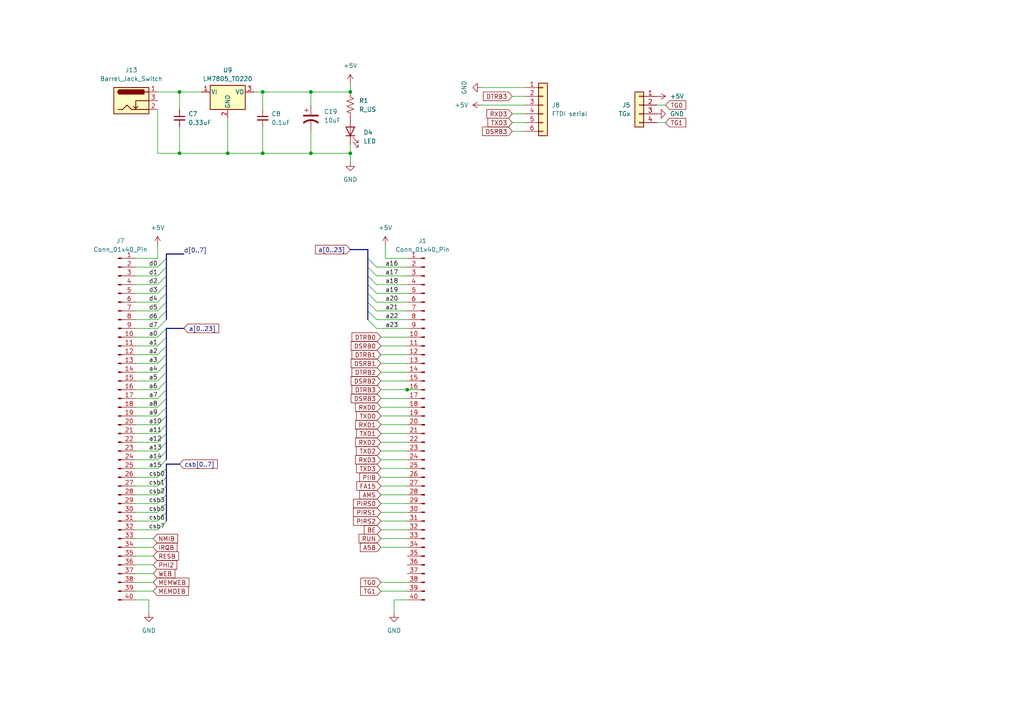
<source format=kicad_sch>
(kicad_sch (version 20230121) (generator eeschema)
  (paper "A4")
  (lib_symbols
    (symbol "Connector:Barrel_Jack_Switch" (pin_names hide)
      (property "Reference" "J" (at 0 5.334 0))
      (property "Value" "Barrel_Jack_Switch" (at 0 -5.08 0))
      (symbol "Barrel_Jack_Switch_0_1"
        (rectangle (start -5.08 3.81) (end 5.08 -3.81) (stroke (width 0.254)) (fill (type background)))
        (arc (start -3.302 3.175) (mid -3.9343 2.54) (end -3.302 1.905) (stroke (width 0.254)))
        (arc (start -3.302 3.175) (mid -3.9343 2.54) (end -3.302 1.905) (stroke (width 0.254)) (fill (type outline)))
        (polyline (pts (xy 1.27 -2.286) (xy 1.905 -1.651)) (stroke (width 0.254)))
        (polyline (pts (xy 5.08 2.54) (xy 3.81 2.54)) (stroke (width 0.254)))
        (polyline (pts (xy 5.08 0) (xy 1.27 0) (xy 1.27 -2.286) (xy 0.635 -1.651)) (stroke (width 0.254)))
        (polyline (pts (xy -3.81 -2.54) (xy -2.54 -2.54) (xy -1.27 -1.27) (xy 0 -2.54) (xy 2.54 -2.54) (xy 5.08 -2.54)) (stroke (width 0.254)))
        (rectangle (start 3.683 3.175) (end -3.302 1.905) (stroke (width 0.254)) (fill (type outline)))
      )
      (symbol "Barrel_Jack_Switch_1_1"
        (pin passive line (at 7.62 2.54 180) (length 2.54) (name "~") (number "1"))
        (pin passive line (at 7.62 -2.54 180) (length 2.54) (name "~") (number "2"))
        (pin passive line (at 7.62 0 180) (length 2.54) (name "~") (number "3"))
      )
    )
    (symbol "Connector:Conn_01x40_Pin" (pin_names (offset 1.016) hide)
      (property "Reference" "J" (at 0 50.8 0))
      (property "Value" "Conn_01x40_Pin" (at 0 -53.34 0))
      (symbol "Conn_01x40_Pin_1_1"
        (polyline (pts (xy 1.27 -50.8) (xy 0.8636 -50.8)) (stroke (width 0.1524)))
        (polyline (pts (xy 1.27 -48.26) (xy 0.8636 -48.26)) (stroke (width 0.1524)))
        (polyline (pts (xy 1.27 -45.72) (xy 0.8636 -45.72)) (stroke (width 0.1524)))
        (polyline (pts (xy 1.27 -43.18) (xy 0.8636 -43.18)) (stroke (width 0.1524)))
        (polyline (pts (xy 1.27 -40.64) (xy 0.8636 -40.64)) (stroke (width 0.1524)))
        (polyline (pts (xy 1.27 -38.1) (xy 0.8636 -38.1)) (stroke (width 0.1524)))
        (polyline (pts (xy 1.27 -35.56) (xy 0.8636 -35.56)) (stroke (width 0.1524)))
        (polyline (pts (xy 1.27 -33.02) (xy 0.8636 -33.02)) (stroke (width 0.1524)))
        (polyline (pts (xy 1.27 -30.48) (xy 0.8636 -30.48)) (stroke (width 0.1524)))
        (polyline (pts (xy 1.27 -27.94) (xy 0.8636 -27.94)) (stroke (width 0.1524)))
        (polyline (pts (xy 1.27 -25.4) (xy 0.8636 -25.4)) (stroke (width 0.1524)))
        (polyline (pts (xy 1.27 -22.86) (xy 0.8636 -22.86)) (stroke (width 0.1524)))
        (polyline (pts (xy 1.27 -20.32) (xy 0.8636 -20.32)) (stroke (width 0.1524)))
        (polyline (pts (xy 1.27 -17.78) (xy 0.8636 -17.78)) (stroke (width 0.1524)))
        (polyline (pts (xy 1.27 -15.24) (xy 0.8636 -15.24)) (stroke (width 0.1524)))
        (polyline (pts (xy 1.27 -12.7) (xy 0.8636 -12.7)) (stroke (width 0.1524)))
        (polyline (pts (xy 1.27 -10.16) (xy 0.8636 -10.16)) (stroke (width 0.1524)))
        (polyline (pts (xy 1.27 -7.62) (xy 0.8636 -7.62)) (stroke (width 0.1524)))
        (polyline (pts (xy 1.27 -5.08) (xy 0.8636 -5.08)) (stroke (width 0.1524)))
        (polyline (pts (xy 1.27 -2.54) (xy 0.8636 -2.54)) (stroke (width 0.1524)))
        (polyline (pts (xy 1.27 0) (xy 0.8636 0)) (stroke (width 0.1524)))
        (polyline (pts (xy 1.27 2.54) (xy 0.8636 2.54)) (stroke (width 0.1524)))
        (polyline (pts (xy 1.27 5.08) (xy 0.8636 5.08)) (stroke (width 0.1524)))
        (polyline (pts (xy 1.27 7.62) (xy 0.8636 7.62)) (stroke (width 0.1524)))
        (polyline (pts (xy 1.27 10.16) (xy 0.8636 10.16)) (stroke (width 0.1524)))
        (polyline (pts (xy 1.27 12.7) (xy 0.8636 12.7)) (stroke (width 0.1524)))
        (polyline (pts (xy 1.27 15.24) (xy 0.8636 15.24)) (stroke (width 0.1524)))
        (polyline (pts (xy 1.27 17.78) (xy 0.8636 17.78)) (stroke (width 0.1524)))
        (polyline (pts (xy 1.27 20.32) (xy 0.8636 20.32)) (stroke (width 0.1524)))
        (polyline (pts (xy 1.27 22.86) (xy 0.8636 22.86)) (stroke (width 0.1524)))
        (polyline (pts (xy 1.27 25.4) (xy 0.8636 25.4)) (stroke (width 0.1524)))
        (polyline (pts (xy 1.27 27.94) (xy 0.8636 27.94)) (stroke (width 0.1524)))
        (polyline (pts (xy 1.27 30.48) (xy 0.8636 30.48)) (stroke (width 0.1524)))
        (polyline (pts (xy 1.27 33.02) (xy 0.8636 33.02)) (stroke (width 0.1524)))
        (polyline (pts (xy 1.27 35.56) (xy 0.8636 35.56)) (stroke (width 0.1524)))
        (polyline (pts (xy 1.27 38.1) (xy 0.8636 38.1)) (stroke (width 0.1524)))
        (polyline (pts (xy 1.27 40.64) (xy 0.8636 40.64)) (stroke (width 0.1524)))
        (polyline (pts (xy 1.27 43.18) (xy 0.8636 43.18)) (stroke (width 0.1524)))
        (polyline (pts (xy 1.27 45.72) (xy 0.8636 45.72)) (stroke (width 0.1524)))
        (polyline (pts (xy 1.27 48.26) (xy 0.8636 48.26)) (stroke (width 0.1524)))
        (rectangle (start 0.8636 -50.673) (end 0 -50.927) (stroke (width 0.1524)) (fill (type outline)))
        (rectangle (start 0.8636 -48.133) (end 0 -48.387) (stroke (width 0.1524)) (fill (type outline)))
        (rectangle (start 0.8636 -45.593) (end 0 -45.847) (stroke (width 0.1524)) (fill (type outline)))
        (rectangle (start 0.8636 -43.053) (end 0 -43.307) (stroke (width 0.1524)) (fill (type outline)))
        (rectangle (start 0.8636 -40.513) (end 0 -40.767) (stroke (width 0.1524)) (fill (type outline)))
        (rectangle (start 0.8636 -37.973) (end 0 -38.227) (stroke (width 0.1524)) (fill (type outline)))
        (rectangle (start 0.8636 -35.433) (end 0 -35.687) (stroke (width 0.1524)) (fill (type outline)))
        (rectangle (start 0.8636 -32.893) (end 0 -33.147) (stroke (width 0.1524)) (fill (type outline)))
        (rectangle (start 0.8636 -30.353) (end 0 -30.607) (stroke (width 0.1524)) (fill (type outline)))
        (rectangle (start 0.8636 -27.813) (end 0 -28.067) (stroke (width 0.1524)) (fill (type outline)))
        (rectangle (start 0.8636 -25.273) (end 0 -25.527) (stroke (width 0.1524)) (fill (type outline)))
        (rectangle (start 0.8636 -22.733) (end 0 -22.987) (stroke (width 0.1524)) (fill (type outline)))
        (rectangle (start 0.8636 -20.193) (end 0 -20.447) (stroke (width 0.1524)) (fill (type outline)))
        (rectangle (start 0.8636 -17.653) (end 0 -17.907) (stroke (width 0.1524)) (fill (type outline)))
        (rectangle (start 0.8636 -15.113) (end 0 -15.367) (stroke (width 0.1524)) (fill (type outline)))
        (rectangle (start 0.8636 -12.573) (end 0 -12.827) (stroke (width 0.1524)) (fill (type outline)))
        (rectangle (start 0.8636 -10.033) (end 0 -10.287) (stroke (width 0.1524)) (fill (type outline)))
        (rectangle (start 0.8636 -7.493) (end 0 -7.747) (stroke (width 0.1524)) (fill (type outline)))
        (rectangle (start 0.8636 -4.953) (end 0 -5.207) (stroke (width 0.1524)) (fill (type outline)))
        (rectangle (start 0.8636 -2.413) (end 0 -2.667) (stroke (width 0.1524)) (fill (type outline)))
        (rectangle (start 0.8636 0.127) (end 0 -0.127) (stroke (width 0.1524)) (fill (type outline)))
        (rectangle (start 0.8636 2.667) (end 0 2.413) (stroke (width 0.1524)) (fill (type outline)))
        (rectangle (start 0.8636 5.207) (end 0 4.953) (stroke (width 0.1524)) (fill (type outline)))
        (rectangle (start 0.8636 7.747) (end 0 7.493) (stroke (width 0.1524)) (fill (type outline)))
        (rectangle (start 0.8636 10.287) (end 0 10.033) (stroke (width 0.1524)) (fill (type outline)))
        (rectangle (start 0.8636 12.827) (end 0 12.573) (stroke (width 0.1524)) (fill (type outline)))
        (rectangle (start 0.8636 15.367) (end 0 15.113) (stroke (width 0.1524)) (fill (type outline)))
        (rectangle (start 0.8636 17.907) (end 0 17.653) (stroke (width 0.1524)) (fill (type outline)))
        (rectangle (start 0.8636 20.447) (end 0 20.193) (stroke (width 0.1524)) (fill (type outline)))
        (rectangle (start 0.8636 22.987) (end 0 22.733) (stroke (width 0.1524)) (fill (type outline)))
        (rectangle (start 0.8636 25.527) (end 0 25.273) (stroke (width 0.1524)) (fill (type outline)))
        (rectangle (start 0.8636 28.067) (end 0 27.813) (stroke (width 0.1524)) (fill (type outline)))
        (rectangle (start 0.8636 30.607) (end 0 30.353) (stroke (width 0.1524)) (fill (type outline)))
        (rectangle (start 0.8636 33.147) (end 0 32.893) (stroke (width 0.1524)) (fill (type outline)))
        (rectangle (start 0.8636 35.687) (end 0 35.433) (stroke (width 0.1524)) (fill (type outline)))
        (rectangle (start 0.8636 38.227) (end 0 37.973) (stroke (width 0.1524)) (fill (type outline)))
        (rectangle (start 0.8636 40.767) (end 0 40.513) (stroke (width 0.1524)) (fill (type outline)))
        (rectangle (start 0.8636 43.307) (end 0 43.053) (stroke (width 0.1524)) (fill (type outline)))
        (rectangle (start 0.8636 45.847) (end 0 45.593) (stroke (width 0.1524)) (fill (type outline)))
        (rectangle (start 0.8636 48.387) (end 0 48.133) (stroke (width 0.1524)) (fill (type outline)))
        (pin passive line (at 5.08 48.26 180) (length 3.81) (name "Pin_1") (number "1"))
        (pin passive line (at 5.08 25.4 180) (length 3.81) (name "Pin_10") (number "10"))
        (pin passive line (at 5.08 22.86 180) (length 3.81) (name "Pin_11") (number "11"))
        (pin passive line (at 5.08 20.32 180) (length 3.81) (name "Pin_12") (number "12"))
        (pin passive line (at 5.08 17.78 180) (length 3.81) (name "Pin_13") (number "13"))
        (pin passive line (at 5.08 15.24 180) (length 3.81) (name "Pin_14") (number "14"))
        (pin passive line (at 5.08 12.7 180) (length 3.81) (name "Pin_15") (number "15"))
        (pin passive line (at 5.08 10.16 180) (length 3.81) (name "Pin_16") (number "16"))
        (pin passive line (at 5.08 7.62 180) (length 3.81) (name "Pin_17") (number "17"))
        (pin passive line (at 5.08 5.08 180) (length 3.81) (name "Pin_18") (number "18"))
        (pin passive line (at 5.08 2.54 180) (length 3.81) (name "Pin_19") (number "19"))
        (pin passive line (at 5.08 45.72 180) (length 3.81) (name "Pin_2") (number "2"))
        (pin passive line (at 5.08 0 180) (length 3.81) (name "Pin_20") (number "20"))
        (pin passive line (at 5.08 -2.54 180) (length 3.81) (name "Pin_21") (number "21"))
        (pin passive line (at 5.08 -5.08 180) (length 3.81) (name "Pin_22") (number "22"))
        (pin passive line (at 5.08 -7.62 180) (length 3.81) (name "Pin_23") (number "23"))
        (pin passive line (at 5.08 -10.16 180) (length 3.81) (name "Pin_24") (number "24"))
        (pin passive line (at 5.08 -12.7 180) (length 3.81) (name "Pin_25") (number "25"))
        (pin passive line (at 5.08 -15.24 180) (length 3.81) (name "Pin_26") (number "26"))
        (pin passive line (at 5.08 -17.78 180) (length 3.81) (name "Pin_27") (number "27"))
        (pin passive line (at 5.08 -20.32 180) (length 3.81) (name "Pin_28") (number "28"))
        (pin passive line (at 5.08 -22.86 180) (length 3.81) (name "Pin_29") (number "29"))
        (pin passive line (at 5.08 43.18 180) (length 3.81) (name "Pin_3") (number "3"))
        (pin passive line (at 5.08 -25.4 180) (length 3.81) (name "Pin_30") (number "30"))
        (pin passive line (at 5.08 -27.94 180) (length 3.81) (name "Pin_31") (number "31"))
        (pin passive line (at 5.08 -30.48 180) (length 3.81) (name "Pin_32") (number "32"))
        (pin passive line (at 5.08 -33.02 180) (length 3.81) (name "Pin_33") (number "33"))
        (pin passive line (at 5.08 -35.56 180) (length 3.81) (name "Pin_34") (number "34"))
        (pin passive line (at 5.08 -38.1 180) (length 3.81) (name "Pin_35") (number "35"))
        (pin passive line (at 5.08 -40.64 180) (length 3.81) (name "Pin_36") (number "36"))
        (pin passive line (at 5.08 -43.18 180) (length 3.81) (name "Pin_37") (number "37"))
        (pin passive line (at 5.08 -45.72 180) (length 3.81) (name "Pin_38") (number "38"))
        (pin passive line (at 5.08 -48.26 180) (length 3.81) (name "Pin_39") (number "39"))
        (pin passive line (at 5.08 40.64 180) (length 3.81) (name "Pin_4") (number "4"))
        (pin passive line (at 5.08 -50.8 180) (length 3.81) (name "Pin_40") (number "40"))
        (pin passive line (at 5.08 38.1 180) (length 3.81) (name "Pin_5") (number "5"))
        (pin passive line (at 5.08 35.56 180) (length 3.81) (name "Pin_6") (number "6"))
        (pin passive line (at 5.08 33.02 180) (length 3.81) (name "Pin_7") (number "7"))
        (pin passive line (at 5.08 30.48 180) (length 3.81) (name "Pin_8") (number "8"))
        (pin passive line (at 5.08 27.94 180) (length 3.81) (name "Pin_9") (number "9"))
      )
    )
    (symbol "Connector_Generic:Conn_01x04" (pin_names (offset 1.016) hide)
      (property "Reference" "J" (at 0 5.08 0))
      (property "Value" "Conn_01x04" (at 0 -7.62 0))
      (symbol "Conn_01x04_1_1"
        (rectangle (start -1.27 -4.953) (end 0 -5.207) (stroke (width 0.1524)))
        (rectangle (start -1.27 -2.413) (end 0 -2.667) (stroke (width 0.1524)))
        (rectangle (start -1.27 0.127) (end 0 -0.127) (stroke (width 0.1524)))
        (rectangle (start -1.27 2.667) (end 0 2.413) (stroke (width 0.1524)))
        (rectangle (start -1.27 3.81) (end 1.27 -6.35) (stroke (width 0.254)) (fill (type background)))
        (pin passive line (at -5.08 2.54 0) (length 3.81) (name "Pin_1") (number "1"))
        (pin passive line (at -5.08 0 0) (length 3.81) (name "Pin_2") (number "2"))
        (pin passive line (at -5.08 -2.54 0) (length 3.81) (name "Pin_3") (number "3"))
        (pin passive line (at -5.08 -5.08 0) (length 3.81) (name "Pin_4") (number "4"))
      )
    )
    (symbol "Connector_Generic:Conn_01x06" (pin_names (offset 1.016) hide)
      (property "Reference" "J" (at 0 7.62 0))
      (property "Value" "Conn_01x06" (at 0 -10.16 0))
      (symbol "Conn_01x06_1_1"
        (rectangle (start -1.27 -7.493) (end 0 -7.747) (stroke (width 0.1524)))
        (rectangle (start -1.27 -4.953) (end 0 -5.207) (stroke (width 0.1524)))
        (rectangle (start -1.27 -2.413) (end 0 -2.667) (stroke (width 0.1524)))
        (rectangle (start -1.27 0.127) (end 0 -0.127) (stroke (width 0.1524)))
        (rectangle (start -1.27 2.667) (end 0 2.413) (stroke (width 0.1524)))
        (rectangle (start -1.27 5.207) (end 0 4.953) (stroke (width 0.1524)))
        (rectangle (start -1.27 6.35) (end 1.27 -8.89) (stroke (width 0.254)) (fill (type background)))
        (pin passive line (at -5.08 5.08 0) (length 3.81) (name "Pin_1") (number "1"))
        (pin passive line (at -5.08 2.54 0) (length 3.81) (name "Pin_2") (number "2"))
        (pin passive line (at -5.08 0 0) (length 3.81) (name "Pin_3") (number "3"))
        (pin passive line (at -5.08 -2.54 0) (length 3.81) (name "Pin_4") (number "4"))
        (pin passive line (at -5.08 -5.08 0) (length 3.81) (name "Pin_5") (number "5"))
        (pin passive line (at -5.08 -7.62 0) (length 3.81) (name "Pin_6") (number "6"))
      )
    )
    (symbol "Device:C_Polarized_US" (pin_numbers hide) (pin_names (offset 0.254) hide)
      (property "Reference" "C" (at 0.635 2.54 0))
      (property "Value" "C_Polarized_US" (at 0.635 -2.54 0))
      (symbol "C_Polarized_US_0_1"
        (polyline (pts (xy -2.032 0.762) (xy 2.032 0.762)) (stroke (width 0.508)))
        (polyline (pts (xy -1.778 2.286) (xy -0.762 2.286)))
        (polyline (pts (xy -1.27 1.778) (xy -1.27 2.794)))
        (arc (start 2.032 -1.27) (mid 0 -0.5572) (end -2.032 -1.27) (stroke (width 0.508)))
      )
      (symbol "C_Polarized_US_1_1"
        (pin passive line (at 0 3.81 270) (length 2.794) (name "~") (number "1"))
        (pin passive line (at 0 -3.81 90) (length 3.302) (name "~") (number "2"))
      )
    )
    (symbol "Device:C_Small" (pin_numbers hide) (pin_names (offset 0.254) hide)
      (property "Reference" "C" (at 0.254 1.778 0))
      (property "Value" "C_Small" (at 0.254 -2.032 0))
      (symbol "C_Small_0_1"
        (polyline (pts (xy -1.524 -0.508) (xy 1.524 -0.508)) (stroke (width 0.3302)))
        (polyline (pts (xy -1.524 0.508) (xy 1.524 0.508)) (stroke (width 0.3048)))
      )
      (symbol "C_Small_1_1"
        (pin passive line (at 0 2.54 270) (length 2.032) (name "~") (number "1"))
        (pin passive line (at 0 -2.54 90) (length 2.032) (name "~") (number "2"))
      )
    )
    (symbol "Device:LED" (pin_numbers hide) (pin_names (offset 1.016) hide)
      (property "Reference" "D" (at 0 2.54 0))
      (property "Value" "LED" (at 0 -2.54 0))
      (symbol "LED_0_1"
        (polyline (pts (xy -1.27 -1.27) (xy -1.27 1.27)) (stroke (width 0.254)))
        (polyline (pts (xy -1.27 0) (xy 1.27 0)))
        (polyline (pts (xy 1.27 -1.27) (xy 1.27 1.27) (xy -1.27 0) (xy 1.27 -1.27)) (stroke (width 0.254)))
        (polyline (pts (xy -3.048 -0.762) (xy -4.572 -2.286) (xy -3.81 -2.286) (xy -4.572 -2.286) (xy -4.572 -1.524)))
        (polyline (pts (xy -1.778 -0.762) (xy -3.302 -2.286) (xy -2.54 -2.286) (xy -3.302 -2.286) (xy -3.302 -1.524)))
      )
      (symbol "LED_1_1"
        (pin passive line (at -3.81 0 0) (length 2.54) (name "K") (number "1"))
        (pin passive line (at 3.81 0 180) (length 2.54) (name "A") (number "2"))
      )
    )
    (symbol "Device:R_US" (pin_numbers hide) (pin_names (offset 0))
      (property "Reference" "R" (at 2.54 0 90))
      (property "Value" "R_US" (at -2.54 0 90))
      (symbol "R_US_0_1"
        (polyline (pts (xy 0 -2.286) (xy 0 -2.54)))
        (polyline (pts (xy 0 2.286) (xy 0 2.54)))
        (polyline (pts (xy 0 -0.762) (xy 1.016 -1.143) (xy 0 -1.524) (xy -1.016 -1.905) (xy 0 -2.286)))
        (polyline (pts (xy 0 0.762) (xy 1.016 0.381) (xy 0 0) (xy -1.016 -0.381) (xy 0 -0.762)))
        (polyline (pts (xy 0 2.286) (xy 1.016 1.905) (xy 0 1.524) (xy -1.016 1.143) (xy 0 0.762)))
      )
      (symbol "R_US_1_1"
        (pin passive line (at 0 3.81 270) (length 1.27) (name "~") (number "1"))
        (pin passive line (at 0 -3.81 90) (length 1.27) (name "~") (number "2"))
      )
    )
    (symbol "Regulator_Linear:LM7805_TO220" (pin_names (offset 0.254))
      (property "Reference" "U" (at -3.81 3.175 0))
      (property "Value" "LM7805_TO220" (at 0 3.175 0))
      (symbol "LM7805_TO220_0_1"
        (rectangle (start -5.08 1.905) (end 5.08 -5.08) (stroke (width 0.254)) (fill (type background)))
      )
      (symbol "LM7805_TO220_1_1"
        (pin power_in line (at -7.62 0 0) (length 2.54) (name "VI") (number "1"))
        (pin power_in line (at 0 -7.62 90) (length 2.54) (name "GND") (number "2"))
        (pin power_out line (at 7.62 0 180) (length 2.54) (name "VO") (number "3"))
      )
    )
    (symbol "power:+5V" (power) (pin_names (offset 0))
      (property "Value" "+5V" (at 0 3.556 0))
      (symbol "+5V_0_1"
        (polyline (pts (xy -0.762 1.27) (xy 0 2.54)))
        (polyline (pts (xy 0 0) (xy 0 2.54)))
        (polyline (pts (xy 0 2.54) (xy 0.762 1.27)))
      )
      (symbol "+5V_1_1"
        (pin power_in line (at 0 0 90) (length 0) hide (name "+5V") (number "1"))
      )
    )
    (symbol "power:GND" (power) (pin_names (offset 0))
      (property "Value" "GND" (at 0 -3.81 0))
      (symbol "GND_0_1"
        (polyline (pts (xy 0 0) (xy 0 -1.27) (xy 1.27 -1.27) (xy 0 -2.54) (xy -1.27 -1.27) (xy 0 -1.27)))
      )
      (symbol "GND_1_1"
        (pin power_in line (at 0 0 270) (length 0) hide (name "GND") (number "1"))
      )
    )
  )
  (junction (at 76.2 44.45))
  (junction (at 52.07 44.45))
  (junction (at 52.07 26.67))
  (junction (at 90.17 26.67))
  (junction (at 118.11 113.03))
  (junction (at 66.04 44.45))
  (junction (at 76.2 26.67))
  (junction (at 101.6 26.67))
  (junction (at 101.6 44.45))
  (junction (at 90.17 44.45))
  (bus_entry (at 48.26 148.59) (size -2.54 2.54))
  (bus_entry (at 106.68 87.63) (size 2.54 2.54))
  (bus_entry (at 48.26 77.47) (size -2.54 2.54))
  (bus_entry (at 48.26 123.19) (size -2.54 2.54))
  (bus_entry (at 48.26 118.11) (size -2.54 2.54))
  (bus_entry (at 48.26 95.25) (size -2.54 2.54))
  (bus_entry (at 48.26 92.71) (size -2.54 2.54))
  (bus_entry (at 48.26 90.17) (size -2.54 2.54))
  (bus_entry (at 106.68 85.09) (size 2.54 2.54))
  (bus_entry (at 48.26 120.65) (size -2.54 2.54))
  (bus_entry (at 106.68 90.17) (size 2.54 2.54))
  (bus_entry (at 48.26 133.35) (size -2.54 2.54))
  (bus_entry (at 106.68 92.71) (size 2.54 2.54))
  (bus_entry (at 48.26 113.03) (size -2.54 2.54))
  (bus_entry (at 48.26 146.05) (size -2.54 2.54))
  (bus_entry (at 106.68 82.55) (size 2.54 2.54))
  (bus_entry (at 48.26 125.73) (size -2.54 2.54))
  (bus_entry (at 48.26 97.79) (size -2.54 2.54))
  (bus_entry (at 48.26 74.93) (size -2.54 2.54))
  (bus_entry (at 48.26 80.01) (size -2.54 2.54))
  (bus_entry (at 48.26 87.63) (size -2.54 2.54))
  (bus_entry (at 48.26 102.87) (size -2.54 2.54))
  (bus_entry (at 48.26 140.97) (size -2.54 2.54))
  (bus_entry (at 48.26 128.27) (size -2.54 2.54))
  (bus_entry (at 48.26 85.09) (size -2.54 2.54))
  (bus_entry (at 106.68 77.47) (size 2.54 2.54))
  (bus_entry (at 48.26 100.33) (size -2.54 2.54))
  (bus_entry (at 48.26 105.41) (size -2.54 2.54))
  (bus_entry (at 48.26 107.95) (size -2.54 2.54))
  (bus_entry (at 48.26 82.55) (size -2.54 2.54))
  (bus_entry (at 48.26 110.49) (size -2.54 2.54))
  (bus_entry (at 48.26 115.57) (size -2.54 2.54))
  (bus_entry (at 106.68 80.01) (size 2.54 2.54))
  (bus_entry (at 48.26 143.51) (size -2.54 2.54))
  (bus_entry (at 48.26 138.43) (size -2.54 2.54))
  (bus_entry (at 48.26 130.81) (size -2.54 2.54))
  (bus_entry (at 106.68 74.93) (size 2.54 2.54))
  (bus_entry (at 48.26 135.89) (size -2.54 2.54))
  (bus_entry (at 48.26 151.13) (size -2.54 2.54))
  (wire (pts (xy 121.92 113.03) (xy 118.11 113.03)))
  (bus (pts (xy 101.6 72.39) (xy 106.68 72.39)))
  (wire (pts (xy 39.37 115.57) (xy 45.72 115.57)))
  (wire (pts (xy 109.22 82.55) (xy 118.11 82.55)))
  (wire (pts (xy 118.11 102.87) (xy 110.49 102.87)))
  (wire (pts (xy 39.37 133.35) (xy 45.72 133.35)))
  (bus (pts (xy 106.68 82.55) (xy 106.68 85.09)))
  (wire (pts (xy 39.37 105.41) (xy 45.72 105.41)))
  (bus (pts (xy 48.26 73.66) (xy 48.26 74.93)))
  (wire (pts (xy 110.49 156.21) (xy 118.11 156.21)))
  (wire (pts (xy 148.59 27.94) (xy 152.4 27.94)))
  (bus (pts (xy 106.68 74.93) (xy 106.68 77.47)))
  (wire (pts (xy 190.5 35.56) (xy 193.04 35.56)))
  (wire (pts (xy 43.18 173.99) (xy 43.18 177.8)))
  (wire (pts (xy 152.4 33.02) (xy 148.59 33.02)))
  (wire (pts (xy 39.37 148.59) (xy 45.72 148.59)))
  (bus (pts (xy 106.68 72.39) (xy 106.68 74.93)))
  (wire (pts (xy 39.37 95.25) (xy 45.72 95.25)))
  (bus (pts (xy 106.68 80.01) (xy 106.68 82.55)))
  (bus (pts (xy 48.26 138.43) (xy 48.26 140.97)))
  (wire (pts (xy 90.17 26.67) (xy 101.6 26.67)))
  (wire (pts (xy 110.49 115.57) (xy 118.11 115.57)))
  (bus (pts (xy 48.26 97.79) (xy 48.26 100.33)))
  (wire (pts (xy 39.37 102.87) (xy 45.72 102.87)))
  (wire (pts (xy 52.07 44.45) (xy 66.04 44.45)))
  (bus (pts (xy 48.26 135.89) (xy 48.26 138.43)))
  (wire (pts (xy 110.49 133.35) (xy 118.11 133.35)))
  (wire (pts (xy 39.37 123.19) (xy 45.72 123.19)))
  (wire (pts (xy 39.37 168.91) (xy 44.45 168.91)))
  (bus (pts (xy 48.26 82.55) (xy 48.26 85.09)))
  (wire (pts (xy 118.11 100.33) (xy 110.49 100.33)))
  (wire (pts (xy 39.37 80.01) (xy 45.72 80.01)))
  (wire (pts (xy 39.37 85.09) (xy 45.72 85.09)))
  (wire (pts (xy 109.22 95.25) (xy 118.11 95.25)))
  (wire (pts (xy 66.04 44.45) (xy 76.2 44.45)))
  (wire (pts (xy 118.11 110.49) (xy 110.49 110.49)))
  (wire (pts (xy 76.2 44.45) (xy 90.17 44.45)))
  (wire (pts (xy 39.37 77.47) (xy 45.72 77.47)))
  (bus (pts (xy 48.26 123.19) (xy 48.26 125.73)))
  (wire (pts (xy 118.11 123.19) (xy 110.49 123.19)))
  (bus (pts (xy 53.34 95.25) (xy 48.26 95.25)))
  (bus (pts (xy 48.26 146.05) (xy 48.26 148.59)))
  (bus (pts (xy 48.26 102.87) (xy 48.26 105.41)))
  (wire (pts (xy 90.17 44.45) (xy 101.6 44.45)))
  (wire (pts (xy 109.22 80.01) (xy 118.11 80.01)))
  (wire (pts (xy 39.37 151.13) (xy 45.72 151.13)))
  (wire (pts (xy 110.49 158.75) (xy 118.11 158.75)))
  (wire (pts (xy 148.59 38.1) (xy 152.4 38.1)))
  (bus (pts (xy 48.26 128.27) (xy 48.26 130.81)))
  (bus (pts (xy 48.26 105.41) (xy 48.26 107.95)))
  (wire (pts (xy 118.11 118.11) (xy 110.49 118.11)))
  (bus (pts (xy 52.07 134.62) (xy 48.26 134.62)))
  (wire (pts (xy 44.45 163.83) (xy 39.37 163.83)))
  (wire (pts (xy 109.22 85.09) (xy 118.11 85.09)))
  (wire (pts (xy 39.37 130.81) (xy 45.72 130.81)))
  (wire (pts (xy 111.76 71.12) (xy 111.76 74.93)))
  (bus (pts (xy 48.26 100.33) (xy 48.26 102.87)))
  (wire (pts (xy 45.72 26.67) (xy 52.07 26.67)))
  (bus (pts (xy 48.26 148.59) (xy 48.26 151.13)))
  (wire (pts (xy 118.11 74.93) (xy 111.76 74.93)))
  (wire (pts (xy 43.18 173.99) (xy 39.37 173.99)))
  (wire (pts (xy 110.49 168.91) (xy 118.11 168.91)))
  (wire (pts (xy 110.49 113.03) (xy 118.11 113.03)))
  (wire (pts (xy 109.22 92.71) (xy 118.11 92.71)))
  (wire (pts (xy 39.37 100.33) (xy 45.72 100.33)))
  (wire (pts (xy 118.11 140.97) (xy 110.49 140.97)))
  (wire (pts (xy 118.11 128.27) (xy 110.49 128.27)))
  (wire (pts (xy 39.37 74.93) (xy 45.72 74.93)))
  (wire (pts (xy 39.37 87.63) (xy 45.72 87.63)))
  (bus (pts (xy 48.26 115.57) (xy 48.26 118.11)))
  (bus (pts (xy 48.26 77.47) (xy 48.26 80.01)))
  (bus (pts (xy 106.68 85.09) (xy 106.68 87.63)))
  (wire (pts (xy 39.37 171.45) (xy 44.45 171.45)))
  (bus (pts (xy 48.26 134.62) (xy 48.26 135.89)))
  (bus (pts (xy 48.26 87.63) (xy 48.26 90.17)))
  (wire (pts (xy 39.37 97.79) (xy 45.72 97.79)))
  (bus (pts (xy 106.68 77.47) (xy 106.68 80.01)))
  (wire (pts (xy 66.04 44.45) (xy 66.04 34.29)))
  (bus (pts (xy 48.26 130.81) (xy 48.26 133.35)))
  (bus (pts (xy 106.68 90.17) (xy 106.68 92.71)))
  (wire (pts (xy 76.2 36.83) (xy 76.2 44.45)))
  (wire (pts (xy 118.11 97.79) (xy 110.49 97.79)))
  (wire (pts (xy 109.22 87.63) (xy 118.11 87.63)))
  (wire (pts (xy 44.45 166.37) (xy 39.37 166.37)))
  (wire (pts (xy 45.72 31.75) (xy 45.72 44.45)))
  (wire (pts (xy 76.2 26.67) (xy 90.17 26.67)))
  (wire (pts (xy 109.22 77.47) (xy 118.11 77.47)))
  (wire (pts (xy 39.37 161.29) (xy 44.45 161.29)))
  (wire (pts (xy 39.37 128.27) (xy 45.72 128.27)))
  (wire (pts (xy 52.07 31.75) (xy 52.07 26.67)))
  (wire (pts (xy 90.17 38.1) (xy 90.17 44.45)))
  (wire (pts (xy 110.49 153.67) (xy 118.11 153.67)))
  (wire (pts (xy 39.37 153.67) (xy 45.72 153.67)))
  (wire (pts (xy 118.11 105.41) (xy 110.49 105.41)))
  (bus (pts (xy 48.26 73.66) (xy 53.34 73.66)))
  (wire (pts (xy 76.2 31.75) (xy 76.2 26.67)))
  (wire (pts (xy 39.37 120.65) (xy 45.72 120.65)))
  (wire (pts (xy 152.4 25.4) (xy 139.7 25.4)))
  (wire (pts (xy 39.37 92.71) (xy 45.72 92.71)))
  (wire (pts (xy 118.11 148.59) (xy 110.49 148.59)))
  (bus (pts (xy 48.26 143.51) (xy 48.26 146.05)))
  (wire (pts (xy 45.72 71.12) (xy 45.72 74.93)))
  (wire (pts (xy 110.49 135.89) (xy 118.11 135.89)))
  (wire (pts (xy 110.49 171.45) (xy 118.11 171.45)))
  (bus (pts (xy 48.26 120.65) (xy 48.26 123.19)))
  (wire (pts (xy 39.37 107.95) (xy 45.72 107.95)))
  (wire (pts (xy 118.11 143.51) (xy 110.49 143.51)))
  (wire (pts (xy 114.3 173.99) (xy 118.11 173.99)))
  (wire (pts (xy 39.37 140.97) (xy 45.72 140.97)))
  (bus (pts (xy 48.26 85.09) (xy 48.26 87.63)))
  (wire (pts (xy 39.37 138.43) (xy 45.72 138.43)))
  (bus (pts (xy 48.26 90.17) (xy 48.26 92.71)))
  (wire (pts (xy 118.11 125.73) (xy 110.49 125.73)))
  (wire (pts (xy 118.11 146.05) (xy 110.49 146.05)))
  (wire (pts (xy 39.37 146.05) (xy 45.72 146.05)))
  (wire (pts (xy 39.37 110.49) (xy 45.72 110.49)))
  (bus (pts (xy 48.26 140.97) (xy 48.26 143.51)))
  (wire (pts (xy 118.11 107.95) (xy 110.49 107.95)))
  (wire (pts (xy 148.59 35.56) (xy 152.4 35.56)))
  (wire (pts (xy 39.37 125.73) (xy 45.72 125.73)))
  (wire (pts (xy 44.45 158.75) (xy 39.37 158.75)))
  (bus (pts (xy 48.26 107.95) (xy 48.26 110.49)))
  (wire (pts (xy 73.66 26.67) (xy 76.2 26.67)))
  (wire (pts (xy 39.37 143.51) (xy 45.72 143.51)))
  (wire (pts (xy 101.6 46.99) (xy 101.6 44.45)))
  (bus (pts (xy 48.26 118.11) (xy 48.26 120.65)))
  (wire (pts (xy 101.6 24.13) (xy 101.6 26.67)))
  (wire (pts (xy 101.6 44.45) (xy 101.6 41.91)))
  (wire (pts (xy 118.11 130.81) (xy 110.49 130.81)))
  (wire (pts (xy 44.45 156.21) (xy 39.37 156.21)))
  (wire (pts (xy 39.37 90.17) (xy 45.72 90.17)))
  (wire (pts (xy 118.11 151.13) (xy 110.49 151.13)))
  (wire (pts (xy 90.17 30.48) (xy 90.17 26.67)))
  (wire (pts (xy 114.3 173.99) (xy 114.3 177.8)))
  (bus (pts (xy 48.26 113.03) (xy 48.26 115.57)))
  (bus (pts (xy 48.26 95.25) (xy 48.26 97.79)))
  (bus (pts (xy 48.26 80.01) (xy 48.26 82.55)))
  (wire (pts (xy 39.37 82.55) (xy 45.72 82.55)))
  (wire (pts (xy 139.7 30.48) (xy 152.4 30.48)))
  (wire (pts (xy 109.22 90.17) (xy 118.11 90.17)))
  (wire (pts (xy 52.07 44.45) (xy 52.07 36.83)))
  (wire (pts (xy 39.37 113.03) (xy 45.72 113.03)))
  (wire (pts (xy 39.37 118.11) (xy 45.72 118.11)))
  (bus (pts (xy 106.68 87.63) (xy 106.68 90.17)))
  (wire (pts (xy 118.11 138.43) (xy 110.49 138.43)))
  (bus (pts (xy 48.26 110.49) (xy 48.26 113.03)))
  (wire (pts (xy 118.11 120.65) (xy 110.49 120.65)))
  (bus (pts (xy 48.26 125.73) (xy 48.26 128.27)))
  (wire (pts (xy 52.07 26.67) (xy 58.42 26.67)))
  (wire (pts (xy 45.72 44.45) (xy 52.07 44.45)))
  (wire (pts (xy 39.37 135.89) (xy 45.72 135.89)))
  (bus (pts (xy 48.26 74.93) (xy 48.26 77.47)))
  (wire (pts (xy 190.5 30.48) (xy 193.04 30.48)))
  (label "d0" (at 43.18 77.47 0))
  (label "d6" (at 43.18 92.71 0))
  (label "csb0" (at 43.18 138.43 0))
  (label "csb1" (at 43.18 140.97 0))
  (label "a17" (at 111.76 80.01 0))
  (label "a0" (at 43.18 97.79 0))
  (label "a7" (at 43.18 115.57 0))
  (label "d2" (at 43.18 82.55 0))
  (label "a18" (at 111.76 82.55 0))
  (label "a9" (at 43.18 120.65 0))
  (label "csb6" (at 43.18 151.13 0))
  (label "a16" (at 111.76 77.47 0))
  (label "a3" (at 43.18 105.41 0))
  (label "d[0..7]" (at 53.34 73.66 0))
  (label "csb3" (at 43.18 146.05 0))
  (label "d4" (at 43.18 87.63 0))
  (label "a10" (at 43.18 123.19 0))
  (label "csb7" (at 43.18 153.67 0))
  (label "a12" (at 43.18 128.27 0))
  (label "a1" (at 43.18 100.33 0))
  (label "csb5" (at 43.18 148.59 0))
  (label "a19" (at 111.76 85.09 0))
  (label "a2" (at 43.18 102.87 0))
  (label "a13" (at 43.18 130.81 0))
  (label "a8" (at 43.18 118.11 0))
  (label "a22" (at 111.76 92.71 0))
  (label "a11" (at 43.18 125.73 0))
  (label "a21" (at 111.76 90.17 0))
  (label "d5" (at 43.18 90.17 0))
  (label "a15" (at 43.18 135.89 0))
  (label "d3" (at 43.18 85.09 0))
  (label "csb2" (at 43.18 143.51 0))
  (label "a4" (at 43.18 107.95 0))
  (label "a23" (at 111.76 95.25 0))
  (label "a5" (at 43.18 110.49 0))
  (label "a20" (at 111.76 87.63 0))
  (label "d1" (at 43.18 80.01 0))
  (label "d7" (at 43.18 95.25 0))
  (label "a14" (at 43.18 133.35 0))
  (label "a6" (at 43.18 113.03 0))
  (global_label "DTRB3" (shape input) (at 148.59 27.94 180) (property "Intersheetrefs" "${INTERSHEET_REFS}" (effects hide)))
  (global_label "DSRB1" (shape input) (at 110.49 105.41 180) (property "Intersheetrefs" "${INTERSHEET_REFS}" (effects hide)))
  (global_label "TXD1" (shape input) (at 110.49 125.73 180) (property "Intersheetrefs" "${INTERSHEET_REFS}" (effects hide)))
  (global_label "MEMWEB" (shape input) (at 44.45 168.91 0) (property "Intersheetrefs" "${INTERSHEET_REFS}" (effects hide)))
  (global_label "DTRB1" (shape input) (at 110.49 102.87 180) (property "Intersheetrefs" "${INTERSHEET_REFS}" (effects hide)))
  (global_label "DSRB3" (shape input) (at 110.49 115.57 180) (property "Intersheetrefs" "${INTERSHEET_REFS}" (effects hide)))
  (global_label "RXD0" (shape input) (at 110.49 118.11 180) (property "Intersheetrefs" "${INTERSHEET_REFS}" (effects hide)))
  (global_label "NMIB" (shape input) (at 44.45 156.21 0) (property "Intersheetrefs" "${INTERSHEET_REFS}" (effects hide)))
  (global_label "WEB" (shape input) (at 44.45 166.37 0) (property "Intersheetrefs" "${INTERSHEET_REFS}" (effects hide)))
  (global_label "DTRB2" (shape input) (at 110.49 107.95 180) (property "Intersheetrefs" "${INTERSHEET_REFS}" (effects hide)))
  (global_label "TG1" (shape input) (at 193.04 35.56 0) (property "Intersheetrefs" "${INTERSHEET_REFS}" (effects hide)))
  (global_label "RUN" (shape input) (at 110.49 156.21 180) (property "Intersheetrefs" "${INTERSHEET_REFS}" (effects hide)))
  (global_label "DSRB3" (shape input) (at 148.59 38.1 180) (property "Intersheetrefs" "${INTERSHEET_REFS}" (effects hide)))
  (global_label "DSRB2" (shape input) (at 110.49 110.49 180) (property "Intersheetrefs" "${INTERSHEET_REFS}" (effects hide)))
  (global_label "PIRS1" (shape input) (at 110.49 148.59 180) (property "Intersheetrefs" "${INTERSHEET_REFS}" (effects hide)))
  (global_label "DTRB3" (shape input) (at 110.49 113.03 180) (property "Intersheetrefs" "${INTERSHEET_REFS}" (effects hide)))
  (global_label "FA15" (shape input) (at 110.49 140.97 180) (property "Intersheetrefs" "${INTERSHEET_REFS}" (effects hide)))
  (global_label "DSRB0" (shape input) (at 110.49 100.33 180) (property "Intersheetrefs" "${INTERSHEET_REFS}" (effects hide)))
  (global_label "RESB" (shape input) (at 44.45 161.29 0) (property "Intersheetrefs" "${INTERSHEET_REFS}" (effects hide)))
  (global_label "A5B" (shape input) (at 110.49 158.75 180) (property "Intersheetrefs" "${INTERSHEET_REFS}" (effects hide)))
  (global_label "PIRS2" (shape input) (at 110.49 151.13 180) (property "Intersheetrefs" "${INTERSHEET_REFS}" (effects hide)))
  (global_label "TXD2" (shape input) (at 110.49 130.81 180) (property "Intersheetrefs" "${INTERSHEET_REFS}" (effects hide)))
  (global_label "a[0..23]" (shape input) (at 53.34 95.25 0) (property "Intersheetrefs" "${INTERSHEET_REFS}" (effects hide)))
  (global_label "RXD3" (shape input) (at 148.59 33.02 180) (property "Intersheetrefs" "${INTERSHEET_REFS}" (effects hide)))
  (global_label "DTRB0" (shape input) (at 110.49 97.79 180) (property "Intersheetrefs" "${INTERSHEET_REFS}" (effects hide)))
  (global_label "TXD0" (shape input) (at 110.49 120.65 180) (property "Intersheetrefs" "${INTERSHEET_REFS}" (effects hide)))
  (global_label "TXD3" (shape input) (at 148.59 35.56 180) (property "Intersheetrefs" "${INTERSHEET_REFS}" (effects hide)))
  (global_label "PHI2" (shape input) (at 44.45 163.83 0) (property "Intersheetrefs" "${INTERSHEET_REFS}" (effects hide)))
  (global_label "PIIB" (shape input) (at 110.49 138.43 180) (property "Intersheetrefs" "${INTERSHEET_REFS}" (effects hide)))
  (global_label "MEMOEB" (shape input) (at 44.45 171.45 0) (property "Intersheetrefs" "${INTERSHEET_REFS}" (effects hide)))
  (global_label "csb[0..7]" (shape input) (at 52.07 134.62 0) (property "Intersheetrefs" "${INTERSHEET_REFS}" (effects hide)))
  (global_label "RXD3" (shape input) (at 110.49 133.35 180) (property "Intersheetrefs" "${INTERSHEET_REFS}" (effects hide)))
  (global_label "TG0" (shape input) (at 193.04 30.48 0) (property "Intersheetrefs" "${INTERSHEET_REFS}" (effects hide)))
  (global_label "TXD3" (shape input) (at 110.49 135.89 180) (property "Intersheetrefs" "${INTERSHEET_REFS}" (effects hide)))
  (global_label "AMS" (shape input) (at 110.49 143.51 180) (property "Intersheetrefs" "${INTERSHEET_REFS}" (effects hide)))
  (global_label "IRQB" (shape input) (at 44.45 158.75 0) (property "Intersheetrefs" "${INTERSHEET_REFS}" (effects hide)))
  (global_label "TG0" (shape input) (at 110.49 168.91 180) (property "Intersheetrefs" "${INTERSHEET_REFS}" (effects hide)))
  (global_label "BE" (shape input) (at 110.49 153.67 180) (property "Intersheetrefs" "${INTERSHEET_REFS}" (effects hide)))
  (global_label "TG1" (shape input) (at 110.49 171.45 180) (property "Intersheetrefs" "${INTERSHEET_REFS}" (effects hide)))
  (global_label "RXD1" (shape input) (at 110.49 123.19 180) (property "Intersheetrefs" "${INTERSHEET_REFS}" (effects hide)))
  (global_label "a[0..23]" (shape input) (at 101.6 72.39 180) (property "Intersheetrefs" "${INTERSHEET_REFS}" (effects hide)))
  (global_label "RXD2" (shape input) (at 110.49 128.27 180) (property "Intersheetrefs" "${INTERSHEET_REFS}" (effects hide)))
  (global_label "PIRS0" (shape input) (at 110.49 146.05 180) (property "Intersheetrefs" "${INTERSHEET_REFS}" (effects hide)))
  (symbol (lib_id "power:GND") (at 139.7 25.4 270) (mirror x) (unit 1)
    (property "Reference" "#PWR014" (effects hide))
    (property "Value" "GND" (at 134.62 25.4 0))
    (instances (project "Mench Reloaded" (path "" (reference "#PWR014") (unit 1)) (path "" (reference "#PWR028") (unit 1))))
  )
  (symbol (lib_id "Connector:Conn_01x40_Pin") (at 123.19 123.19 0) (mirror y) (unit 1)
    (property "Reference" "J1" (at 122.555 69.85 0))
    (property "Value" "Conn_01x40_Pin" (at 122.555 72.39 0))
  )
  (symbol (lib_id "Device:C_Polarized_US") (at 90.17 34.29 0) (unit 1)
    (property "Reference" "C19" (at 93.98 32.385 0) (effects (justify left)))
    (property "Value" "10uF" (at 93.98 34.925 0) (effects (justify left)))
    (instances (project "Mench Reloaded" (path "" (reference "C19") (unit 1)) (path "" (reference "C21") (unit 1))))
  )
  (symbol (lib_id "Connector:Conn_01x40_Pin") (at 34.29 123.19 0) (unit 1)
    (property "Reference" "J7" (at 34.925 69.85 0))
    (property "Value" "Conn_01x40_Pin" (at 34.925 72.39 0))
  )
  (symbol (lib_id "Device:LED") (at 101.6 38.1 90) (unit 1)
    (property "Reference" "D4" (at 105.41 38.4175 90) (effects (justify right)))
    (property "Value" "LED" (at 105.41 40.9575 90) (effects (justify right)))
  )
  (symbol (lib_id "power:GND") (at 190.5 33.02 90) (unit 1)
    (property "Reference" "#PWR021" (effects hide))
    (property "Value" "GND" (at 194.31 33.02 90) (effects (justify right)))
  )
  (symbol (lib_id "Connector_Generic:Conn_01x04") (at 185.42 30.48 0) (mirror y) (unit 1)
    (property "Reference" "J5" (at 182.88 30.48 0) (effects (justify left)))
    (property "Value" "TGx" (at 182.88 33.02 0) (effects (justify left)))
  )
  (symbol (lib_id "Device:C_Small") (at 52.07 34.29 0) (unit 1)
    (property "Reference" "C7" (at 54.61 33.0263 0) (effects (justify left)))
    (property "Value" "0.33uF" (at 54.61 35.5663 0) (effects (justify left)))
    (instances (project "Mench Reloaded" (path "" (reference "C7") (unit 1)) (path "" (reference "C13") (unit 1))))
  )
  (symbol (lib_id "Device:C_Small") (at 76.2 34.29 0) (unit 1)
    (property "Reference" "C8" (at 78.74 33.0263 0) (effects (justify left)))
    (property "Value" "0.1uF" (at 78.74 35.5663 0) (effects (justify left)))
    (instances (project "Mench Reloaded" (path "" (reference "C8") (unit 1)) (path "" (reference "C20") (unit 1))))
  )
  (symbol (lib_id "power:+5V") (at 190.5 27.94 270) (unit 1)
    (property "Reference" "#PWR020" (effects hide))
    (property "Value" "+5V" (at 194.31 27.94 90) (effects (justify left)))
  )
  (symbol (lib_id "Connector_Generic:Conn_01x06") (at 157.48 30.48 0) (unit 1)
    (property "Reference" "J8" (at 160.02 30.48 0) (effects (justify left)))
    (property "Value" "FTDI serial" (at 160.02 33.02 0) (effects (justify left)))
  )
  (symbol (lib_id "Connector:Barrel_Jack_Switch") (at 38.1 29.21 0) (unit 1)
    (property "Reference" "J13" (at 38.1 20.32 0))
    (property "Value" "Barrel_Jack_Switch" (at 38.1 22.86 0))
  )
  (symbol (lib_id "power:GND") (at 114.3 177.8 0) (unit 1)
    (property "Reference" "#PWR014" (effects hide))
    (property "Value" "GND" (at 114.3 182.88 0))
    (instances (project "Mench Reloaded" (path "" (reference "#PWR014") (unit 1)) (path "" (reference "#PWR015") (unit 1))))
  )
  (symbol (lib_id "Regulator_Linear:LM7805_TO220") (at 66.04 26.67 0) (unit 1)
    (property "Reference" "U9" (at 66.04 20.32 0))
    (property "Value" "LM7805_TO220" (at 66.04 22.86 0))
    (property "Footprint" "Package_TO_SOT_THT:TO-220-3_Vertical" (effects hide))
    (property "Datasheet" "https://www.onsemi.cn/PowerSolutions/document/MC7800-D.PDF" (effects hide))
  )
  (symbol (lib_id "power:GND") (at 101.6 46.99 0) (unit 1)
    (property "Reference" "#PWR025" (effects hide))
    (property "Value" "GND" (at 101.6 52.07 0))
  )
  (symbol (lib_id "power:+5V") (at 45.72 71.12 0) (unit 1)
    (property "Reference" "#PWR013" (effects hide))
    (property "Value" "+5V" (at 45.72 66.04 0))
  )
  (symbol (lib_id "power:+5V") (at 111.76 71.12 0) (unit 1)
    (property "Reference" "#PWR013" (effects hide))
    (property "Value" "+5V" (at 111.76 66.04 0))
    (instances (project "Mench Reloaded" (path "" (reference "#PWR013") (unit 1)) (path "" (reference "#PWR016") (unit 1))))
  )
  (symbol (lib_id "power:+5V") (at 139.7 30.48 90) (mirror x) (unit 1)
    (property "Reference" "#PWR013" (effects hide))
    (property "Value" "+5V" (at 135.89 30.48 90) (effects (justify left)))
    (instances (project "Mench Reloaded" (path "" (reference "#PWR013") (unit 1)) (path "" (reference "#PWR029") (unit 1))))
  )
  (symbol (lib_id "power:GND") (at 43.18 177.8 0) (mirror y) (unit 1)
    (property "Reference" "#PWR014" (effects hide))
    (property "Value" "GND" (at 43.18 182.88 0))
  )
  (symbol (lib_id "Device:R_US") (at 101.6 30.48 0) (unit 1)
    (property "Reference" "R1" (at 104.14 29.21 0) (effects (justify left)))
    (property "Value" "R_US" (at 104.14 31.75 0) (effects (justify left)))
  )
  (symbol (lib_id "power:+5V") (at 101.6 24.13 0) (unit 1)
    (property "Reference" "#PWR012" (effects hide))
    (property "Value" "+5V" (at 101.6 19.05 0))
  )
)
</source>
